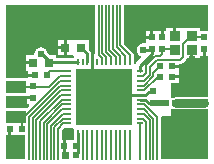
<source format=gtl>
G04 Layer_Physical_Order=1*
G04 Layer_Color=255*
%FSLAX24Y24*%
%MOIN*%
G70*
G01*
G75*
%ADD10R,0.0709X0.0394*%
%ADD11R,0.0374X0.0335*%
%ADD12R,0.1850X0.1850*%
%ADD13O,0.0079X0.0256*%
%ADD14O,0.0256X0.0079*%
%ADD15R,0.0256X0.0197*%
%ADD16R,0.0236X0.0197*%
%ADD17R,0.0197X0.0236*%
%ADD18R,0.0295X0.0315*%
%ADD19R,0.0300X0.0300*%
%ADD20C,0.0060*%
%ADD21C,0.0090*%
%ADD22C,0.0300*%
%ADD23C,0.0080*%
%ADD24C,0.0200*%
%ADD25C,0.0100*%
%ADD26C,0.0260*%
%ADD27C,0.0240*%
G36*
X-1025Y-1025D02*
X-1003Y-1075D01*
X-1004Y-1080D01*
X-1006Y-1102D01*
Y-1152D01*
X-1010Y-1168D01*
X-1012Y-1191D01*
Y-1412D01*
X-1267D01*
Y-1610D01*
Y-1808D01*
X-1181D01*
X-1164Y-1825D01*
X-1148Y-1858D01*
X-1153Y-1873D01*
X-1159Y-1901D01*
X-1160Y-1930D01*
X-1159Y-1959D01*
X-1153Y-1987D01*
X-1149Y-2000D01*
X-1167Y-2036D01*
X-1182Y-2050D01*
X-1398D01*
Y-1808D01*
X-1367D01*
Y-1610D01*
Y-1412D01*
X-1398D01*
Y-1096D01*
X-1305Y-1003D01*
X-1301Y-1004D01*
X-1280Y-1006D01*
X-1102D01*
X-1080Y-1004D01*
X-1075Y-1003D01*
X-1025Y-1025D01*
D02*
G37*
G36*
X3392Y1395D02*
X3460D01*
Y3D01*
X3354D01*
X3347Y3D01*
X2400D01*
X2374Y1D01*
X2348Y-4D01*
X2323Y-12D01*
X2300Y-24D01*
X2258Y-5D01*
X2250Y3D01*
Y482D01*
X2495D01*
Y630D01*
X2277D01*
Y730D01*
X2495D01*
Y832D01*
X2495D01*
Y980D01*
X2277D01*
Y1080D01*
X2495D01*
Y1120D01*
X2542D01*
X2562Y1121D01*
X2582Y1126D01*
X2601Y1134D01*
X2618Y1145D01*
X2634Y1158D01*
X2734Y1258D01*
X2747Y1273D01*
X2758Y1291D01*
X2766Y1310D01*
X2767Y1316D01*
X2877D01*
Y1584D01*
X2977D01*
Y1316D01*
X3214D01*
Y1395D01*
X3292D01*
Y1613D01*
X3392D01*
Y1395D01*
D02*
G37*
G36*
X-2578Y33D02*
X-2380D01*
Y-67D01*
X-2578D01*
Y-235D01*
X-2501D01*
X-2482Y-281D01*
X-2546Y-345D01*
X-3280D01*
Y45D01*
X-2578D01*
Y33D01*
D02*
G37*
G36*
X-310Y1450D02*
X-348Y1420D01*
X-399Y1436D01*
X-408Y1463D01*
X-413Y1485D01*
X-422Y1507D01*
X-434Y1526D01*
X-448Y1543D01*
X-505Y1600D01*
Y1918D01*
X-987D01*
X-1000Y1918D01*
X-1037D01*
X-1050Y1918D01*
X-1234D01*
Y1660D01*
Y1403D01*
X-1050D01*
X-1032Y1403D01*
X-1006Y1353D01*
X-1023Y1327D01*
X-1587D01*
Y1407D01*
X-1820D01*
X-1879Y1467D01*
X-1880Y1476D01*
X-1885Y1505D01*
X-1895Y1532D01*
X-1908Y1558D01*
X-1924Y1582D01*
X-1943Y1604D01*
X-1964Y1623D01*
X-1988Y1639D01*
X-2014Y1651D01*
X-2041Y1661D01*
X-2070Y1666D01*
X-2098Y1668D01*
X-2127Y1666D01*
X-2155Y1661D01*
X-2183Y1651D01*
X-2209Y1639D01*
X-2233Y1623D01*
X-2254Y1604D01*
X-2273Y1582D01*
X-2289Y1558D01*
X-2302Y1532D01*
X-2311Y1505D01*
X-2317Y1476D01*
X-2319Y1448D01*
X-2363Y1407D01*
X-2613D01*
Y1200D01*
X-2366D01*
Y1100D01*
X-2613D01*
Y893D01*
X-2515D01*
Y790D01*
X-2297D01*
Y690D01*
X-2515D01*
Y639D01*
X-3280D01*
Y3070D01*
X-310D01*
Y1450D01*
D02*
G37*
G36*
X3460Y2225D02*
X3214D01*
Y2304D01*
X2406D01*
Y2036D01*
X2306D01*
Y2304D01*
X2069D01*
Y2225D01*
X1992D01*
Y2007D01*
X1892D01*
Y2225D01*
X1642D01*
Y2007D01*
X1592D01*
Y1957D01*
X1393D01*
Y1838D01*
X1388Y1829D01*
X1343Y1798D01*
X1340Y1799D01*
X1312Y1801D01*
X1283Y1799D01*
X1254Y1793D01*
X1227Y1784D01*
X1201Y1771D01*
X1177Y1755D01*
X1156Y1736D01*
X1137Y1714D01*
X1121Y1690D01*
X1108Y1664D01*
X1099Y1637D01*
X1093Y1609D01*
X1091Y1580D01*
X1093Y1551D01*
X1099Y1523D01*
X1108Y1496D01*
X1121Y1470D01*
X1137Y1446D01*
X1156Y1424D01*
X1177Y1405D01*
X1201Y1389D01*
X1227Y1376D01*
X1238Y1320D01*
X1085Y1166D01*
X1069Y1148D01*
X1057Y1128D01*
X1052Y1117D01*
X1006Y1135D01*
Y1280D01*
X1004Y1301D01*
X999Y1323D01*
X997Y1329D01*
Y1404D01*
X995Y1424D01*
X990Y1444D01*
X982Y1463D01*
X972Y1480D01*
X958Y1496D01*
X670Y1784D01*
Y3070D01*
X3460D01*
Y2225D01*
D02*
G37*
G36*
X-3087Y-1258D02*
X-2620D01*
Y-2050D01*
X-3280D01*
Y-1258D01*
X-3187D01*
Y-1060D01*
X-3087D01*
Y-1258D01*
D02*
G37*
G36*
X2323Y-383D02*
X2348Y-391D01*
X2374Y-396D01*
X2400Y-398D01*
X3347D01*
X3354Y-397D01*
X3460D01*
Y-2050D01*
X1900D01*
Y-663D01*
X1944Y-630D01*
X2250D01*
Y-448D01*
X2251Y-398D01*
X2300Y-371D01*
X2323Y-383D01*
D02*
G37*
%LPC*%
G36*
X-1334Y1918D02*
X-1532D01*
Y1710D01*
X-1334D01*
Y1918D01*
D02*
G37*
G36*
Y1610D02*
X-1532D01*
Y1403D01*
X-1334D01*
Y1610D01*
D02*
G37*
G36*
X1542Y2225D02*
X1393D01*
Y2057D01*
X1542D01*
Y2225D01*
D02*
G37*
%LPD*%
D10*
X-2940Y342D02*
D03*
Y-642D02*
D03*
D11*
X2927Y1584D02*
D03*
Y2036D02*
D03*
X2356D02*
D03*
Y1584D02*
D03*
D12*
X0Y0D02*
D03*
D13*
X-866Y1191D02*
D03*
X-709D02*
D03*
X-551D02*
D03*
X-394D02*
D03*
X-236D02*
D03*
X-79D02*
D03*
X79D02*
D03*
X236D02*
D03*
X394D02*
D03*
X551D02*
D03*
X709D02*
D03*
X866D02*
D03*
Y-1191D02*
D03*
X709D02*
D03*
X551D02*
D03*
X394D02*
D03*
X236D02*
D03*
X79D02*
D03*
X-79D02*
D03*
X-236D02*
D03*
X-394D02*
D03*
X-551D02*
D03*
X-709D02*
D03*
X-866D02*
D03*
D14*
X1191Y866D02*
D03*
Y709D02*
D03*
Y551D02*
D03*
Y394D02*
D03*
Y236D02*
D03*
Y79D02*
D03*
Y-79D02*
D03*
Y-236D02*
D03*
Y-394D02*
D03*
Y-551D02*
D03*
Y-709D02*
D03*
Y-866D02*
D03*
X-1191D02*
D03*
Y-709D02*
D03*
Y-551D02*
D03*
Y-394D02*
D03*
Y-236D02*
D03*
Y-79D02*
D03*
Y79D02*
D03*
Y236D02*
D03*
Y394D02*
D03*
Y551D02*
D03*
Y709D02*
D03*
Y866D02*
D03*
D15*
X2023Y-200D02*
D03*
X2397D02*
D03*
D16*
X-3137Y-1060D02*
D03*
X-2743D02*
D03*
X2277Y1030D02*
D03*
X1883D02*
D03*
X1883Y680D02*
D03*
X2277D02*
D03*
X-1317Y-1610D02*
D03*
X-923D02*
D03*
X-2297Y740D02*
D03*
X-1903D02*
D03*
D17*
X-2380Y-17D02*
D03*
Y377D02*
D03*
X1592Y2007D02*
D03*
Y1613D02*
D03*
X1650Y-197D02*
D03*
Y197D02*
D03*
X1942Y2007D02*
D03*
Y1613D02*
D03*
X3342Y1613D02*
D03*
Y2007D02*
D03*
D18*
X-1284Y1660D02*
D03*
X-753D02*
D03*
X-1834Y1150D02*
D03*
X-2366D02*
D03*
D19*
X3347Y-197D02*
D03*
D20*
X709Y1191D02*
Y1391D01*
X551Y1191D02*
Y1368D01*
X394Y1191D02*
Y1356D01*
X180Y1570D02*
X394Y1356D01*
X300Y1619D02*
Y3080D01*
Y1619D02*
X551Y1368D01*
X180Y1570D02*
Y3080D01*
X236Y1191D02*
Y1344D01*
X60Y1520D02*
X236Y1344D01*
X60Y1520D02*
Y3080D01*
X79Y1191D02*
Y1331D01*
X-60Y1470D02*
X79Y1331D01*
X-60Y1470D02*
Y3080D01*
X-79Y1191D02*
Y1319D01*
X-180Y1421D02*
X-79Y1319D01*
X-180Y1421D02*
Y3080D01*
X420Y1680D02*
X709Y1391D01*
X420Y1680D02*
Y3080D01*
X866Y1191D02*
Y1404D01*
X540Y1730D02*
X866Y1404D01*
X540Y1730D02*
Y3080D01*
X1409Y813D02*
Y1079D01*
X2642Y1790D02*
X2858Y2007D01*
X2642Y1350D02*
Y1790D01*
X2858Y2007D02*
X3342D01*
X1191Y-709D02*
X1305D01*
X1409Y-813D01*
Y-2060D02*
Y-813D01*
X1191Y-2060D02*
Y-866D01*
X-1477Y709D02*
X-1191D01*
X-2658Y-642D02*
X-1465Y551D01*
X-1191D01*
X-2490Y-644D02*
X-1452Y394D01*
X-1191D01*
X-2370Y-694D02*
X-1440Y236D01*
X-1191D01*
X-2250Y-744D02*
X-1427Y79D01*
X-1191D01*
X-2129Y-794D02*
X-1414Y-79D01*
X-1191D01*
X-1769Y-943D02*
X-1377Y-551D01*
X-1191D01*
X-1649Y-992D02*
X-1365Y-709D01*
X-1191D01*
X-2009Y-843D02*
X-1401Y-236D01*
X-1191D01*
X-1889Y-893D02*
X-1389Y-394D01*
X-1191D01*
X1319Y-551D02*
X1529Y-762D01*
X1331Y-394D02*
X1650Y-713D01*
X1343Y-236D02*
X1770Y-663D01*
X-709Y-2060D02*
Y-1191D01*
X-236Y-2060D02*
Y-1191D01*
X-394Y-2060D02*
Y-1191D01*
X1191Y-236D02*
X1343D01*
X1191Y-394D02*
X1331D01*
X1770Y-2060D02*
Y-663D01*
X1650Y812D02*
X1841Y1002D01*
X1787Y680D02*
X1890D01*
X1191Y709D02*
X1305D01*
X1409Y813D01*
X1191Y551D02*
X1319D01*
X1529Y762D01*
X1191Y394D02*
X1331D01*
X1650Y713D01*
X1650Y812D01*
X1191Y236D02*
X1343D01*
X1787Y680D01*
X866Y-2060D02*
Y-1191D01*
X1529Y-2060D02*
Y-762D01*
X1191Y-551D02*
X1319D01*
X1650Y-2060D02*
Y-713D01*
X1529Y762D02*
Y1025D01*
X709Y-2060D02*
Y-1191D01*
X551Y-2060D02*
Y-1191D01*
X394Y-2060D02*
Y-1191D01*
X236Y-2060D02*
Y-1191D01*
X79Y-2060D02*
Y-1191D01*
X-79Y-2060D02*
Y-1191D01*
X-551Y-2060D02*
Y-1191D01*
X-1353Y-866D02*
X-1191D01*
X-1529Y-1042D02*
X-1353Y-866D01*
X-1529Y-2058D02*
Y-1042D01*
X-2490Y-2058D02*
Y-644D01*
X-2370Y-2058D02*
Y-694D01*
X-2129Y-2058D02*
Y-794D01*
X-2009Y-2058D02*
Y-843D01*
X-2250Y-2058D02*
Y-744D01*
X-1769Y-2058D02*
Y-943D01*
X-1889Y-2058D02*
Y-893D01*
X-1649Y-2058D02*
Y-992D01*
X-2940Y-642D02*
X-2658D01*
X-2743Y-1060D02*
Y-839D01*
X-2940Y-642D02*
X-2743Y-839D01*
X-2940Y342D02*
X-1844D01*
X-1477Y709D01*
X1922Y1613D02*
X2298D01*
X1409Y1079D02*
X1700Y1370D01*
X1529Y1025D02*
X1754Y1250D01*
X2542D01*
X1700Y1370D02*
X1872D01*
X1941Y1440D01*
Y1610D01*
X2542Y1250D02*
X2642Y1350D01*
D21*
X-394Y1191D02*
Y1600D01*
Y866D02*
Y1191D01*
X-940Y-1930D02*
X-866Y-1856D01*
Y-1191D01*
X-2098Y1448D02*
X-2066D01*
X-1799Y1181D02*
X-870D01*
X-2066Y1448D02*
X-1799Y1181D01*
X1191Y-79D02*
X1378D01*
X1500Y-201D01*
X1653D01*
X1378Y80D02*
X1491Y193D01*
X1653D01*
X243Y80D02*
X1378D01*
X-551Y1191D02*
Y1440D01*
X-713Y1602D02*
X-551Y1440D01*
D22*
X2400Y-197D02*
X3347D01*
D23*
X-1783Y866D02*
X-1191D01*
X-1902Y748D02*
X-1783Y866D01*
D24*
X1650Y-199D02*
X2003D01*
D25*
X1312Y1580D02*
X1318Y1573D01*
X1592D02*
Y1613D01*
X1318Y1573D02*
X1592D01*
X1191Y880D02*
Y1059D01*
X1592Y1460D01*
Y1613D01*
D26*
X709Y-709D02*
D03*
X236D02*
D03*
X-236D02*
D03*
X-709D02*
D03*
X709Y-236D02*
D03*
X236D02*
D03*
X-236D02*
D03*
X-709D02*
D03*
X709Y236D02*
D03*
X236D02*
D03*
X-236D02*
D03*
X-709D02*
D03*
X709Y709D02*
D03*
X236D02*
D03*
X-236D02*
D03*
X-709D02*
D03*
D27*
X-390Y1630D02*
D03*
X790Y1840D02*
D03*
X2372Y138D02*
D03*
X-1840Y2950D02*
D03*
X2590Y1010D02*
D03*
Y680D02*
D03*
X-2620Y750D02*
D03*
X-1180Y-1181D02*
D03*
X-940Y-1930D02*
D03*
X2020Y-750D02*
D03*
X-1310Y-1940D02*
D03*
X-2720Y1150D02*
D03*
X-2098Y1448D02*
D03*
X-3160Y2950D02*
D03*
Y1490D02*
D03*
X-460Y2950D02*
D03*
X790D02*
D03*
X1592Y2330D02*
D03*
X1942D02*
D03*
X1312Y2010D02*
D03*
X3342Y2950D02*
D03*
X2312Y2410D02*
D03*
X3342Y1293D02*
D03*
X3337Y133D02*
D03*
X2400Y-530D02*
D03*
X3337Y-527D02*
D03*
X2030Y-1930D02*
D03*
X3340D02*
D03*
X-3160D02*
D03*
Y-1380D02*
D03*
X-2790Y-80D02*
D03*
X-1658Y1660D02*
D03*
X1312Y1580D02*
D03*
X2932Y1273D02*
D03*
X-2130Y2240D02*
D03*
X-3160D02*
D03*
M02*

</source>
